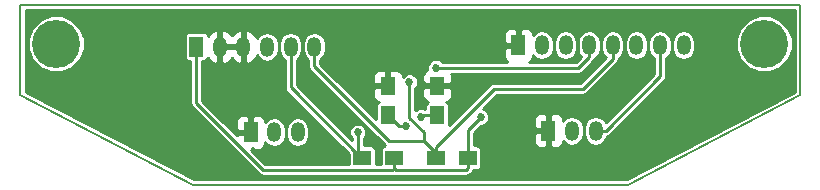
<source format=gtl>
%TF.GenerationSoftware,KiCad,Pcbnew,4.0.7-e2-6376~58~ubuntu16.04.1*%
%TF.CreationDate,2018-01-05T22:29:52-05:00*%
%TF.ProjectId,GarageFrontPanel,47617261676546726F6E7450616E656C,rev?*%
%TF.FileFunction,Copper,L1,Top,Signal*%
%FSLAX46Y46*%
G04 Gerber Fmt 4.6, Leading zero omitted, Abs format (unit mm)*
G04 Created by KiCad (PCBNEW 4.0.7-e2-6376~58~ubuntu16.04.1) date Fri Jan  5 22:29:52 2018*
%MOMM*%
%LPD*%
G01*
G04 APERTURE LIST*
%ADD10C,0.150000*%
%ADD11C,0.127000*%
%ADD12R,1.250000X1.500000*%
%ADD13R,1.500000X1.300000*%
%ADD14R,1.200000X1.700000*%
%ADD15O,1.200000X1.700000*%
%ADD16C,4.064000*%
%ADD17C,0.685800*%
%ADD18C,0.254000*%
G04 APERTURE END LIST*
D10*
D11*
X139065000Y-104140000D02*
X175895000Y-104140000D01*
X190500000Y-96520000D02*
X190500000Y-88900000D01*
X175895000Y-104140000D02*
X190500000Y-96520000D01*
X124460000Y-96520000D02*
X139065000Y-104140000D01*
X124460000Y-88900000D02*
X124460000Y-96520000D01*
X190500000Y-88900000D02*
X124460000Y-88900000D01*
D12*
X155575000Y-98278000D03*
X155575000Y-95778000D03*
X159766000Y-98258000D03*
X159766000Y-95758000D03*
D13*
X162339000Y-101854000D03*
X159639000Y-101854000D03*
X156116000Y-101854000D03*
X153416000Y-101854000D03*
D14*
X166624000Y-92329000D03*
D15*
X168624000Y-92329000D03*
X170624000Y-92329000D03*
X172624000Y-92329000D03*
X174624000Y-92329000D03*
X176624000Y-92329000D03*
X178624000Y-92329000D03*
X180624000Y-92329000D03*
D14*
X143955000Y-99695000D03*
D15*
X145955000Y-99695000D03*
X147955000Y-99695000D03*
D14*
X169164000Y-99568000D03*
D15*
X171164000Y-99568000D03*
X173164000Y-99568000D03*
D14*
X139352000Y-92456000D03*
D15*
X141352000Y-92456000D03*
X143352000Y-92456000D03*
X145352000Y-92456000D03*
X147352000Y-92456000D03*
X149352000Y-92456000D03*
D16*
X187452000Y-92202000D03*
X127508000Y-92202000D03*
D17*
X157099000Y-99187000D03*
X158399509Y-98401841D03*
X163449000Y-98425000D03*
X157412618Y-95436618D03*
X159639000Y-94234000D03*
X153035000Y-99695000D03*
D18*
X157099000Y-99187000D02*
X156484000Y-99187000D01*
X156484000Y-99187000D02*
X155575000Y-98278000D01*
X155956000Y-93599000D02*
X155575000Y-93980000D01*
X155575000Y-93980000D02*
X155575000Y-95778000D01*
X156728000Y-93599000D02*
X155956000Y-93599000D01*
X159766000Y-95758000D02*
X158887000Y-95758000D01*
X158887000Y-95758000D02*
X156728000Y-93599000D01*
X158543350Y-98258000D02*
X158399509Y-98401841D01*
X159766000Y-98258000D02*
X158543350Y-98258000D01*
X156116000Y-101854000D02*
X156116000Y-102758000D01*
X156116000Y-102758000D02*
X155988999Y-102885001D01*
X139352000Y-97227802D02*
X139352000Y-93560000D01*
X155988999Y-102885001D02*
X145009199Y-102885001D01*
X145009199Y-102885001D02*
X139352000Y-97227802D01*
X139352000Y-93560000D02*
X139352000Y-92456000D01*
X162339000Y-101854000D02*
X162339000Y-102758000D01*
X162339000Y-102758000D02*
X162211999Y-102885001D01*
X162211999Y-102885001D02*
X156243001Y-102885001D01*
X156243001Y-102885001D02*
X156116000Y-102758000D01*
X162339000Y-99535000D02*
X163449000Y-98425000D01*
X162339000Y-101854000D02*
X162339000Y-99535000D01*
X157412618Y-95921551D02*
X157412618Y-95436618D01*
X158623000Y-99673481D02*
X157412618Y-98463099D01*
X158623000Y-100457000D02*
X158623000Y-99673481D01*
X157412618Y-98463099D02*
X157412618Y-95921551D01*
X174624000Y-93473000D02*
X174624000Y-93433000D01*
X172085000Y-96012000D02*
X174624000Y-93473000D01*
X164577000Y-96012000D02*
X172085000Y-96012000D01*
X159639000Y-100950000D02*
X164577000Y-96012000D01*
X159639000Y-101854000D02*
X159639000Y-100950000D01*
X174624000Y-93433000D02*
X174624000Y-92329000D01*
X149352000Y-92456000D02*
X149352000Y-94115802D01*
X149352000Y-94115802D02*
X155693198Y-100457000D01*
X155693198Y-100457000D02*
X158623000Y-100457000D01*
X158623000Y-100457000D02*
X159639000Y-101473000D01*
X159639000Y-101473000D02*
X159639000Y-101854000D01*
X172593000Y-93345000D02*
X172593000Y-92360000D01*
X172593000Y-92360000D02*
X172624000Y-92329000D01*
X171704000Y-94234000D02*
X172593000Y-93345000D01*
X159639000Y-94234000D02*
X171704000Y-94234000D01*
X153035000Y-99695000D02*
X153035000Y-101473000D01*
X153035000Y-101473000D02*
X153416000Y-101854000D01*
X147352000Y-92456000D02*
X147352000Y-95890000D01*
X147352000Y-95890000D02*
X153316000Y-101854000D01*
X153316000Y-101854000D02*
X153416000Y-101854000D01*
X178624000Y-92329000D02*
X178624000Y-94962000D01*
X178624000Y-94962000D02*
X174018000Y-99568000D01*
X174018000Y-99568000D02*
X173164000Y-99568000D01*
G36*
X190055500Y-96250551D02*
X175786014Y-103695500D01*
X139173986Y-103695500D01*
X124904500Y-96250551D01*
X124904500Y-92679870D01*
X125094583Y-92679870D01*
X125461166Y-93567069D01*
X126139361Y-94246449D01*
X127025919Y-94614580D01*
X127985870Y-94615417D01*
X128873069Y-94248834D01*
X129552449Y-93570639D01*
X129920580Y-92684081D01*
X129921417Y-91724130D01*
X129872607Y-91606000D01*
X138363536Y-91606000D01*
X138363536Y-93306000D01*
X138390103Y-93447190D01*
X138473546Y-93576865D01*
X138600866Y-93663859D01*
X138752000Y-93694464D01*
X138844000Y-93694464D01*
X138844000Y-97227802D01*
X138882669Y-97422205D01*
X138992790Y-97587012D01*
X144649989Y-103244212D01*
X144814796Y-103354332D01*
X145009199Y-103393001D01*
X155988999Y-103393001D01*
X156116000Y-103367739D01*
X156243001Y-103393001D01*
X162211999Y-103393001D01*
X162406402Y-103354332D01*
X162571209Y-103244211D01*
X162698211Y-103117210D01*
X162808331Y-102952403D01*
X162820254Y-102892464D01*
X163089000Y-102892464D01*
X163230190Y-102865897D01*
X163359865Y-102782454D01*
X163446859Y-102655134D01*
X163477464Y-102504000D01*
X163477464Y-101204000D01*
X163450897Y-101062810D01*
X163367454Y-100933135D01*
X163240134Y-100846141D01*
X163089000Y-100815536D01*
X162847000Y-100815536D01*
X162847000Y-99853750D01*
X167929000Y-99853750D01*
X167929000Y-100544310D01*
X168025673Y-100777699D01*
X168204302Y-100956327D01*
X168437691Y-101053000D01*
X168878250Y-101053000D01*
X169037000Y-100894250D01*
X169037000Y-99695000D01*
X168087750Y-99695000D01*
X167929000Y-99853750D01*
X162847000Y-99853750D01*
X162847000Y-99745420D01*
X163443525Y-99148895D01*
X163592361Y-99149025D01*
X163858521Y-99039050D01*
X164062335Y-98835592D01*
X164163611Y-98591690D01*
X167929000Y-98591690D01*
X167929000Y-99282250D01*
X168087750Y-99441000D01*
X169037000Y-99441000D01*
X169037000Y-98241750D01*
X169291000Y-98241750D01*
X169291000Y-99441000D01*
X169311000Y-99441000D01*
X169311000Y-99695000D01*
X169291000Y-99695000D01*
X169291000Y-100894250D01*
X169449750Y-101053000D01*
X169890309Y-101053000D01*
X170123698Y-100956327D01*
X170302327Y-100777699D01*
X170399000Y-100544310D01*
X170399000Y-100429039D01*
X170470328Y-100535789D01*
X170788588Y-100748443D01*
X171164000Y-100823117D01*
X171539412Y-100748443D01*
X171857672Y-100535789D01*
X172070326Y-100217529D01*
X172145000Y-99842117D01*
X172145000Y-99293883D01*
X172183000Y-99293883D01*
X172183000Y-99842117D01*
X172257674Y-100217529D01*
X172470328Y-100535789D01*
X172788588Y-100748443D01*
X173164000Y-100823117D01*
X173539412Y-100748443D01*
X173857672Y-100535789D01*
X174070326Y-100217529D01*
X174101793Y-100059333D01*
X174212403Y-100037331D01*
X174377210Y-99927210D01*
X178983210Y-95321210D01*
X179093331Y-95156403D01*
X179132000Y-94962000D01*
X179132000Y-93420851D01*
X179317672Y-93296789D01*
X179530326Y-92978529D01*
X179605000Y-92603117D01*
X179605000Y-92054883D01*
X179643000Y-92054883D01*
X179643000Y-92603117D01*
X179717674Y-92978529D01*
X179930328Y-93296789D01*
X180248588Y-93509443D01*
X180624000Y-93584117D01*
X180999412Y-93509443D01*
X181317672Y-93296789D01*
X181530326Y-92978529D01*
X181589732Y-92679870D01*
X185038583Y-92679870D01*
X185405166Y-93567069D01*
X186083361Y-94246449D01*
X186969919Y-94614580D01*
X187929870Y-94615417D01*
X188817069Y-94248834D01*
X189496449Y-93570639D01*
X189864580Y-92684081D01*
X189865417Y-91724130D01*
X189498834Y-90836931D01*
X188820639Y-90157551D01*
X187934081Y-89789420D01*
X186974130Y-89788583D01*
X186086931Y-90155166D01*
X185407551Y-90833361D01*
X185039420Y-91719919D01*
X185038583Y-92679870D01*
X181589732Y-92679870D01*
X181605000Y-92603117D01*
X181605000Y-92054883D01*
X181530326Y-91679471D01*
X181317672Y-91361211D01*
X180999412Y-91148557D01*
X180624000Y-91073883D01*
X180248588Y-91148557D01*
X179930328Y-91361211D01*
X179717674Y-91679471D01*
X179643000Y-92054883D01*
X179605000Y-92054883D01*
X179530326Y-91679471D01*
X179317672Y-91361211D01*
X178999412Y-91148557D01*
X178624000Y-91073883D01*
X178248588Y-91148557D01*
X177930328Y-91361211D01*
X177717674Y-91679471D01*
X177643000Y-92054883D01*
X177643000Y-92603117D01*
X177717674Y-92978529D01*
X177930328Y-93296789D01*
X178116000Y-93420851D01*
X178116000Y-94751580D01*
X174021773Y-98845807D01*
X173857672Y-98600211D01*
X173539412Y-98387557D01*
X173164000Y-98312883D01*
X172788588Y-98387557D01*
X172470328Y-98600211D01*
X172257674Y-98918471D01*
X172183000Y-99293883D01*
X172145000Y-99293883D01*
X172070326Y-98918471D01*
X171857672Y-98600211D01*
X171539412Y-98387557D01*
X171164000Y-98312883D01*
X170788588Y-98387557D01*
X170470328Y-98600211D01*
X170399000Y-98706961D01*
X170399000Y-98591690D01*
X170302327Y-98358301D01*
X170123698Y-98179673D01*
X169890309Y-98083000D01*
X169449750Y-98083000D01*
X169291000Y-98241750D01*
X169037000Y-98241750D01*
X168878250Y-98083000D01*
X168437691Y-98083000D01*
X168204302Y-98179673D01*
X168025673Y-98358301D01*
X167929000Y-98591690D01*
X164163611Y-98591690D01*
X164172774Y-98569624D01*
X164173025Y-98281639D01*
X164063050Y-98015479D01*
X163859592Y-97811665D01*
X163602506Y-97704914D01*
X164787421Y-96520000D01*
X172085000Y-96520000D01*
X172279403Y-96481331D01*
X172444210Y-96371210D01*
X174983210Y-93832210D01*
X175093331Y-93667404D01*
X175105186Y-93607802D01*
X175132000Y-93473000D01*
X175132000Y-93420851D01*
X175317672Y-93296789D01*
X175530326Y-92978529D01*
X175605000Y-92603117D01*
X175605000Y-92054883D01*
X175643000Y-92054883D01*
X175643000Y-92603117D01*
X175717674Y-92978529D01*
X175930328Y-93296789D01*
X176248588Y-93509443D01*
X176624000Y-93584117D01*
X176999412Y-93509443D01*
X177317672Y-93296789D01*
X177530326Y-92978529D01*
X177605000Y-92603117D01*
X177605000Y-92054883D01*
X177530326Y-91679471D01*
X177317672Y-91361211D01*
X176999412Y-91148557D01*
X176624000Y-91073883D01*
X176248588Y-91148557D01*
X175930328Y-91361211D01*
X175717674Y-91679471D01*
X175643000Y-92054883D01*
X175605000Y-92054883D01*
X175530326Y-91679471D01*
X175317672Y-91361211D01*
X174999412Y-91148557D01*
X174624000Y-91073883D01*
X174248588Y-91148557D01*
X173930328Y-91361211D01*
X173717674Y-91679471D01*
X173643000Y-92054883D01*
X173643000Y-92603117D01*
X173717674Y-92978529D01*
X173930328Y-93296789D01*
X174021124Y-93357456D01*
X171874580Y-95504000D01*
X164577000Y-95504000D01*
X164382597Y-95542669D01*
X164217790Y-95652789D01*
X160758359Y-99112221D01*
X160779464Y-99008000D01*
X160779464Y-97508000D01*
X160752897Y-97366810D01*
X160669454Y-97237135D01*
X160542134Y-97150141D01*
X160506870Y-97143000D01*
X160517310Y-97143000D01*
X160750699Y-97046327D01*
X160929327Y-96867698D01*
X161026000Y-96634309D01*
X161026000Y-96043750D01*
X160867250Y-95885000D01*
X159893000Y-95885000D01*
X159893000Y-95905000D01*
X159639000Y-95905000D01*
X159639000Y-95885000D01*
X158664750Y-95885000D01*
X158506000Y-96043750D01*
X158506000Y-96634309D01*
X158602673Y-96867698D01*
X158781301Y-97046327D01*
X159014690Y-97143000D01*
X159016301Y-97143000D01*
X158999810Y-97146103D01*
X158870135Y-97229546D01*
X158783141Y-97356866D01*
X158752536Y-97508000D01*
X158752536Y-97750000D01*
X158717368Y-97750000D01*
X158544133Y-97678067D01*
X158256148Y-97677816D01*
X157989988Y-97787791D01*
X157920618Y-97857040D01*
X157920618Y-95952361D01*
X158025953Y-95847210D01*
X158136392Y-95581242D01*
X158136643Y-95293257D01*
X158026668Y-95027097D01*
X157881516Y-94881691D01*
X158506000Y-94881691D01*
X158506000Y-95472250D01*
X158664750Y-95631000D01*
X159639000Y-95631000D01*
X159639000Y-95611000D01*
X159893000Y-95611000D01*
X159893000Y-95631000D01*
X160867250Y-95631000D01*
X161026000Y-95472250D01*
X161026000Y-94881691D01*
X160968138Y-94742000D01*
X171704000Y-94742000D01*
X171898403Y-94703331D01*
X172063210Y-94593210D01*
X172952210Y-93704210D01*
X173062331Y-93539403D01*
X173078848Y-93456366D01*
X173317672Y-93296789D01*
X173530326Y-92978529D01*
X173605000Y-92603117D01*
X173605000Y-92054883D01*
X173530326Y-91679471D01*
X173317672Y-91361211D01*
X172999412Y-91148557D01*
X172624000Y-91073883D01*
X172248588Y-91148557D01*
X171930328Y-91361211D01*
X171717674Y-91679471D01*
X171643000Y-92054883D01*
X171643000Y-92603117D01*
X171717674Y-92978529D01*
X171927309Y-93292271D01*
X171493580Y-93726000D01*
X167562760Y-93726000D01*
X167583698Y-93717327D01*
X167762327Y-93538699D01*
X167859000Y-93305310D01*
X167859000Y-93190039D01*
X167930328Y-93296789D01*
X168248588Y-93509443D01*
X168624000Y-93584117D01*
X168999412Y-93509443D01*
X169317672Y-93296789D01*
X169530326Y-92978529D01*
X169605000Y-92603117D01*
X169605000Y-92054883D01*
X169643000Y-92054883D01*
X169643000Y-92603117D01*
X169717674Y-92978529D01*
X169930328Y-93296789D01*
X170248588Y-93509443D01*
X170624000Y-93584117D01*
X170999412Y-93509443D01*
X171317672Y-93296789D01*
X171530326Y-92978529D01*
X171605000Y-92603117D01*
X171605000Y-92054883D01*
X171530326Y-91679471D01*
X171317672Y-91361211D01*
X170999412Y-91148557D01*
X170624000Y-91073883D01*
X170248588Y-91148557D01*
X169930328Y-91361211D01*
X169717674Y-91679471D01*
X169643000Y-92054883D01*
X169605000Y-92054883D01*
X169530326Y-91679471D01*
X169317672Y-91361211D01*
X168999412Y-91148557D01*
X168624000Y-91073883D01*
X168248588Y-91148557D01*
X167930328Y-91361211D01*
X167859000Y-91467961D01*
X167859000Y-91352690D01*
X167762327Y-91119301D01*
X167583698Y-90940673D01*
X167350309Y-90844000D01*
X166909750Y-90844000D01*
X166751000Y-91002750D01*
X166751000Y-92202000D01*
X166771000Y-92202000D01*
X166771000Y-92456000D01*
X166751000Y-92456000D01*
X166751000Y-92476000D01*
X166497000Y-92476000D01*
X166497000Y-92456000D01*
X165547750Y-92456000D01*
X165389000Y-92614750D01*
X165389000Y-93305310D01*
X165485673Y-93538699D01*
X165664302Y-93717327D01*
X165685240Y-93726000D01*
X160154743Y-93726000D01*
X160049592Y-93620665D01*
X159783624Y-93510226D01*
X159495639Y-93509975D01*
X159229479Y-93619950D01*
X159025665Y-93823408D01*
X158915226Y-94089376D01*
X158914975Y-94377361D01*
X158928009Y-94408905D01*
X158781301Y-94469673D01*
X158602673Y-94648302D01*
X158506000Y-94881691D01*
X157881516Y-94881691D01*
X157823210Y-94823283D01*
X157557242Y-94712844D01*
X157269257Y-94712593D01*
X157003097Y-94822568D01*
X156835000Y-94990371D01*
X156835000Y-94901691D01*
X156738327Y-94668302D01*
X156559699Y-94489673D01*
X156326310Y-94393000D01*
X155860750Y-94393000D01*
X155702000Y-94551750D01*
X155702000Y-95651000D01*
X155722000Y-95651000D01*
X155722000Y-95905000D01*
X155702000Y-95905000D01*
X155702000Y-95925000D01*
X155448000Y-95925000D01*
X155448000Y-95905000D01*
X154473750Y-95905000D01*
X154315000Y-96063750D01*
X154315000Y-96654309D01*
X154411673Y-96887698D01*
X154590301Y-97066327D01*
X154823690Y-97163000D01*
X154825301Y-97163000D01*
X154808810Y-97166103D01*
X154679135Y-97249546D01*
X154592141Y-97376866D01*
X154561536Y-97528000D01*
X154561536Y-98606918D01*
X150856309Y-94901691D01*
X154315000Y-94901691D01*
X154315000Y-95492250D01*
X154473750Y-95651000D01*
X155448000Y-95651000D01*
X155448000Y-94551750D01*
X155289250Y-94393000D01*
X154823690Y-94393000D01*
X154590301Y-94489673D01*
X154411673Y-94668302D01*
X154315000Y-94901691D01*
X150856309Y-94901691D01*
X149860000Y-93905382D01*
X149860000Y-93547851D01*
X150045672Y-93423789D01*
X150258326Y-93105529D01*
X150333000Y-92730117D01*
X150333000Y-92181883D01*
X150258326Y-91806471D01*
X150045672Y-91488211D01*
X149842850Y-91352690D01*
X165389000Y-91352690D01*
X165389000Y-92043250D01*
X165547750Y-92202000D01*
X166497000Y-92202000D01*
X166497000Y-91002750D01*
X166338250Y-90844000D01*
X165897691Y-90844000D01*
X165664302Y-90940673D01*
X165485673Y-91119301D01*
X165389000Y-91352690D01*
X149842850Y-91352690D01*
X149727412Y-91275557D01*
X149352000Y-91200883D01*
X148976588Y-91275557D01*
X148658328Y-91488211D01*
X148445674Y-91806471D01*
X148371000Y-92181883D01*
X148371000Y-92730117D01*
X148445674Y-93105529D01*
X148658328Y-93423789D01*
X148844000Y-93547851D01*
X148844000Y-94115802D01*
X148882669Y-94310205D01*
X148992790Y-94475012D01*
X155333988Y-100816210D01*
X155340235Y-100820384D01*
X155224810Y-100842103D01*
X155095135Y-100925546D01*
X155008141Y-101052866D01*
X154977536Y-101204000D01*
X154977536Y-102377001D01*
X154554464Y-102377001D01*
X154554464Y-101204000D01*
X154527897Y-101062810D01*
X154444454Y-100933135D01*
X154317134Y-100846141D01*
X154166000Y-100815536D01*
X153543000Y-100815536D01*
X153543000Y-100210743D01*
X153648335Y-100105592D01*
X153758774Y-99839624D01*
X153759025Y-99551639D01*
X153649050Y-99285479D01*
X153445592Y-99081665D01*
X153179624Y-98971226D01*
X152891639Y-98970975D01*
X152625479Y-99080950D01*
X152421665Y-99284408D01*
X152311226Y-99550376D01*
X152310975Y-99838361D01*
X152420950Y-100104521D01*
X152527000Y-100210757D01*
X152527000Y-100346580D01*
X147860000Y-95679580D01*
X147860000Y-93547851D01*
X148045672Y-93423789D01*
X148258326Y-93105529D01*
X148333000Y-92730117D01*
X148333000Y-92181883D01*
X148258326Y-91806471D01*
X148045672Y-91488211D01*
X147727412Y-91275557D01*
X147352000Y-91200883D01*
X146976588Y-91275557D01*
X146658328Y-91488211D01*
X146445674Y-91806471D01*
X146371000Y-92181883D01*
X146371000Y-92730117D01*
X146445674Y-93105529D01*
X146658328Y-93423789D01*
X146844000Y-93547851D01*
X146844000Y-95890000D01*
X146882669Y-96084403D01*
X146992790Y-96249210D01*
X152277536Y-101533956D01*
X152277536Y-102377001D01*
X145219620Y-102377001D01*
X144022619Y-101180000D01*
X144082002Y-101180000D01*
X144082002Y-101021252D01*
X144240750Y-101180000D01*
X144681309Y-101180000D01*
X144914698Y-101083327D01*
X145093327Y-100904699D01*
X145190000Y-100671310D01*
X145190000Y-100556039D01*
X145261328Y-100662789D01*
X145579588Y-100875443D01*
X145955000Y-100950117D01*
X146330412Y-100875443D01*
X146648672Y-100662789D01*
X146861326Y-100344529D01*
X146936000Y-99969117D01*
X146936000Y-99420883D01*
X146974000Y-99420883D01*
X146974000Y-99969117D01*
X147048674Y-100344529D01*
X147261328Y-100662789D01*
X147579588Y-100875443D01*
X147955000Y-100950117D01*
X148330412Y-100875443D01*
X148648672Y-100662789D01*
X148861326Y-100344529D01*
X148936000Y-99969117D01*
X148936000Y-99420883D01*
X148861326Y-99045471D01*
X148648672Y-98727211D01*
X148330412Y-98514557D01*
X147955000Y-98439883D01*
X147579588Y-98514557D01*
X147261328Y-98727211D01*
X147048674Y-99045471D01*
X146974000Y-99420883D01*
X146936000Y-99420883D01*
X146861326Y-99045471D01*
X146648672Y-98727211D01*
X146330412Y-98514557D01*
X145955000Y-98439883D01*
X145579588Y-98514557D01*
X145261328Y-98727211D01*
X145190000Y-98833961D01*
X145190000Y-98718690D01*
X145093327Y-98485301D01*
X144914698Y-98306673D01*
X144681309Y-98210000D01*
X144240750Y-98210000D01*
X144082000Y-98368750D01*
X144082000Y-99568000D01*
X144102000Y-99568000D01*
X144102000Y-99822000D01*
X144082000Y-99822000D01*
X144082000Y-99842000D01*
X143828000Y-99842000D01*
X143828000Y-99822000D01*
X142878750Y-99822000D01*
X142771684Y-99929066D01*
X141561308Y-98718690D01*
X142720000Y-98718690D01*
X142720000Y-99409250D01*
X142878750Y-99568000D01*
X143828000Y-99568000D01*
X143828000Y-98368750D01*
X143669250Y-98210000D01*
X143228691Y-98210000D01*
X142995302Y-98306673D01*
X142816673Y-98485301D01*
X142720000Y-98718690D01*
X141561308Y-98718690D01*
X139860000Y-97017382D01*
X139860000Y-93694464D01*
X139952000Y-93694464D01*
X140093190Y-93667897D01*
X140222865Y-93584454D01*
X140309859Y-93457134D01*
X140325983Y-93377510D01*
X140522875Y-93637933D01*
X140942624Y-93884286D01*
X141034391Y-93899462D01*
X141225000Y-93774731D01*
X141225000Y-92583000D01*
X141479000Y-92583000D01*
X141479000Y-93774731D01*
X141669609Y-93899462D01*
X141761376Y-93884286D01*
X142181125Y-93637933D01*
X142352000Y-93411922D01*
X142522875Y-93637933D01*
X142942624Y-93884286D01*
X143034391Y-93899462D01*
X143225000Y-93774731D01*
X143225000Y-92583000D01*
X141479000Y-92583000D01*
X141225000Y-92583000D01*
X141205000Y-92583000D01*
X141205000Y-92329000D01*
X141225000Y-92329000D01*
X141225000Y-91137269D01*
X141479000Y-91137269D01*
X141479000Y-92329000D01*
X143225000Y-92329000D01*
X143225000Y-91137269D01*
X143479000Y-91137269D01*
X143479000Y-92329000D01*
X143499000Y-92329000D01*
X143499000Y-92583000D01*
X143479000Y-92583000D01*
X143479000Y-93774731D01*
X143669609Y-93899462D01*
X143761376Y-93884286D01*
X144181125Y-93637933D01*
X144474647Y-93249701D01*
X144493532Y-93177154D01*
X144658328Y-93423789D01*
X144976588Y-93636443D01*
X145352000Y-93711117D01*
X145727412Y-93636443D01*
X146045672Y-93423789D01*
X146258326Y-93105529D01*
X146333000Y-92730117D01*
X146333000Y-92181883D01*
X146258326Y-91806471D01*
X146045672Y-91488211D01*
X145727412Y-91275557D01*
X145352000Y-91200883D01*
X144976588Y-91275557D01*
X144658328Y-91488211D01*
X144493532Y-91734846D01*
X144474647Y-91662299D01*
X144181125Y-91274067D01*
X143761376Y-91027714D01*
X143669609Y-91012538D01*
X143479000Y-91137269D01*
X143225000Y-91137269D01*
X143034391Y-91012538D01*
X142942624Y-91027714D01*
X142522875Y-91274067D01*
X142352000Y-91500078D01*
X142181125Y-91274067D01*
X141761376Y-91027714D01*
X141669609Y-91012538D01*
X141479000Y-91137269D01*
X141225000Y-91137269D01*
X141034391Y-91012538D01*
X140942624Y-91027714D01*
X140522875Y-91274067D01*
X140326804Y-91533404D01*
X140313897Y-91464810D01*
X140230454Y-91335135D01*
X140103134Y-91248141D01*
X139952000Y-91217536D01*
X138752000Y-91217536D01*
X138610810Y-91244103D01*
X138481135Y-91327546D01*
X138394141Y-91454866D01*
X138363536Y-91606000D01*
X129872607Y-91606000D01*
X129554834Y-90836931D01*
X128876639Y-90157551D01*
X127990081Y-89789420D01*
X127030130Y-89788583D01*
X126142931Y-90155166D01*
X125463551Y-90833361D01*
X125095420Y-91719919D01*
X125094583Y-92679870D01*
X124904500Y-92679870D01*
X124904500Y-89344500D01*
X190055500Y-89344500D01*
X190055500Y-96250551D01*
X190055500Y-96250551D01*
G37*
X190055500Y-96250551D02*
X175786014Y-103695500D01*
X139173986Y-103695500D01*
X124904500Y-96250551D01*
X124904500Y-92679870D01*
X125094583Y-92679870D01*
X125461166Y-93567069D01*
X126139361Y-94246449D01*
X127025919Y-94614580D01*
X127985870Y-94615417D01*
X128873069Y-94248834D01*
X129552449Y-93570639D01*
X129920580Y-92684081D01*
X129921417Y-91724130D01*
X129872607Y-91606000D01*
X138363536Y-91606000D01*
X138363536Y-93306000D01*
X138390103Y-93447190D01*
X138473546Y-93576865D01*
X138600866Y-93663859D01*
X138752000Y-93694464D01*
X138844000Y-93694464D01*
X138844000Y-97227802D01*
X138882669Y-97422205D01*
X138992790Y-97587012D01*
X144649989Y-103244212D01*
X144814796Y-103354332D01*
X145009199Y-103393001D01*
X155988999Y-103393001D01*
X156116000Y-103367739D01*
X156243001Y-103393001D01*
X162211999Y-103393001D01*
X162406402Y-103354332D01*
X162571209Y-103244211D01*
X162698211Y-103117210D01*
X162808331Y-102952403D01*
X162820254Y-102892464D01*
X163089000Y-102892464D01*
X163230190Y-102865897D01*
X163359865Y-102782454D01*
X163446859Y-102655134D01*
X163477464Y-102504000D01*
X163477464Y-101204000D01*
X163450897Y-101062810D01*
X163367454Y-100933135D01*
X163240134Y-100846141D01*
X163089000Y-100815536D01*
X162847000Y-100815536D01*
X162847000Y-99853750D01*
X167929000Y-99853750D01*
X167929000Y-100544310D01*
X168025673Y-100777699D01*
X168204302Y-100956327D01*
X168437691Y-101053000D01*
X168878250Y-101053000D01*
X169037000Y-100894250D01*
X169037000Y-99695000D01*
X168087750Y-99695000D01*
X167929000Y-99853750D01*
X162847000Y-99853750D01*
X162847000Y-99745420D01*
X163443525Y-99148895D01*
X163592361Y-99149025D01*
X163858521Y-99039050D01*
X164062335Y-98835592D01*
X164163611Y-98591690D01*
X167929000Y-98591690D01*
X167929000Y-99282250D01*
X168087750Y-99441000D01*
X169037000Y-99441000D01*
X169037000Y-98241750D01*
X169291000Y-98241750D01*
X169291000Y-99441000D01*
X169311000Y-99441000D01*
X169311000Y-99695000D01*
X169291000Y-99695000D01*
X169291000Y-100894250D01*
X169449750Y-101053000D01*
X169890309Y-101053000D01*
X170123698Y-100956327D01*
X170302327Y-100777699D01*
X170399000Y-100544310D01*
X170399000Y-100429039D01*
X170470328Y-100535789D01*
X170788588Y-100748443D01*
X171164000Y-100823117D01*
X171539412Y-100748443D01*
X171857672Y-100535789D01*
X172070326Y-100217529D01*
X172145000Y-99842117D01*
X172145000Y-99293883D01*
X172183000Y-99293883D01*
X172183000Y-99842117D01*
X172257674Y-100217529D01*
X172470328Y-100535789D01*
X172788588Y-100748443D01*
X173164000Y-100823117D01*
X173539412Y-100748443D01*
X173857672Y-100535789D01*
X174070326Y-100217529D01*
X174101793Y-100059333D01*
X174212403Y-100037331D01*
X174377210Y-99927210D01*
X178983210Y-95321210D01*
X179093331Y-95156403D01*
X179132000Y-94962000D01*
X179132000Y-93420851D01*
X179317672Y-93296789D01*
X179530326Y-92978529D01*
X179605000Y-92603117D01*
X179605000Y-92054883D01*
X179643000Y-92054883D01*
X179643000Y-92603117D01*
X179717674Y-92978529D01*
X179930328Y-93296789D01*
X180248588Y-93509443D01*
X180624000Y-93584117D01*
X180999412Y-93509443D01*
X181317672Y-93296789D01*
X181530326Y-92978529D01*
X181589732Y-92679870D01*
X185038583Y-92679870D01*
X185405166Y-93567069D01*
X186083361Y-94246449D01*
X186969919Y-94614580D01*
X187929870Y-94615417D01*
X188817069Y-94248834D01*
X189496449Y-93570639D01*
X189864580Y-92684081D01*
X189865417Y-91724130D01*
X189498834Y-90836931D01*
X188820639Y-90157551D01*
X187934081Y-89789420D01*
X186974130Y-89788583D01*
X186086931Y-90155166D01*
X185407551Y-90833361D01*
X185039420Y-91719919D01*
X185038583Y-92679870D01*
X181589732Y-92679870D01*
X181605000Y-92603117D01*
X181605000Y-92054883D01*
X181530326Y-91679471D01*
X181317672Y-91361211D01*
X180999412Y-91148557D01*
X180624000Y-91073883D01*
X180248588Y-91148557D01*
X179930328Y-91361211D01*
X179717674Y-91679471D01*
X179643000Y-92054883D01*
X179605000Y-92054883D01*
X179530326Y-91679471D01*
X179317672Y-91361211D01*
X178999412Y-91148557D01*
X178624000Y-91073883D01*
X178248588Y-91148557D01*
X177930328Y-91361211D01*
X177717674Y-91679471D01*
X177643000Y-92054883D01*
X177643000Y-92603117D01*
X177717674Y-92978529D01*
X177930328Y-93296789D01*
X178116000Y-93420851D01*
X178116000Y-94751580D01*
X174021773Y-98845807D01*
X173857672Y-98600211D01*
X173539412Y-98387557D01*
X173164000Y-98312883D01*
X172788588Y-98387557D01*
X172470328Y-98600211D01*
X172257674Y-98918471D01*
X172183000Y-99293883D01*
X172145000Y-99293883D01*
X172070326Y-98918471D01*
X171857672Y-98600211D01*
X171539412Y-98387557D01*
X171164000Y-98312883D01*
X170788588Y-98387557D01*
X170470328Y-98600211D01*
X170399000Y-98706961D01*
X170399000Y-98591690D01*
X170302327Y-98358301D01*
X170123698Y-98179673D01*
X169890309Y-98083000D01*
X169449750Y-98083000D01*
X169291000Y-98241750D01*
X169037000Y-98241750D01*
X168878250Y-98083000D01*
X168437691Y-98083000D01*
X168204302Y-98179673D01*
X168025673Y-98358301D01*
X167929000Y-98591690D01*
X164163611Y-98591690D01*
X164172774Y-98569624D01*
X164173025Y-98281639D01*
X164063050Y-98015479D01*
X163859592Y-97811665D01*
X163602506Y-97704914D01*
X164787421Y-96520000D01*
X172085000Y-96520000D01*
X172279403Y-96481331D01*
X172444210Y-96371210D01*
X174983210Y-93832210D01*
X175093331Y-93667404D01*
X175105186Y-93607802D01*
X175132000Y-93473000D01*
X175132000Y-93420851D01*
X175317672Y-93296789D01*
X175530326Y-92978529D01*
X175605000Y-92603117D01*
X175605000Y-92054883D01*
X175643000Y-92054883D01*
X175643000Y-92603117D01*
X175717674Y-92978529D01*
X175930328Y-93296789D01*
X176248588Y-93509443D01*
X176624000Y-93584117D01*
X176999412Y-93509443D01*
X177317672Y-93296789D01*
X177530326Y-92978529D01*
X177605000Y-92603117D01*
X177605000Y-92054883D01*
X177530326Y-91679471D01*
X177317672Y-91361211D01*
X176999412Y-91148557D01*
X176624000Y-91073883D01*
X176248588Y-91148557D01*
X175930328Y-91361211D01*
X175717674Y-91679471D01*
X175643000Y-92054883D01*
X175605000Y-92054883D01*
X175530326Y-91679471D01*
X175317672Y-91361211D01*
X174999412Y-91148557D01*
X174624000Y-91073883D01*
X174248588Y-91148557D01*
X173930328Y-91361211D01*
X173717674Y-91679471D01*
X173643000Y-92054883D01*
X173643000Y-92603117D01*
X173717674Y-92978529D01*
X173930328Y-93296789D01*
X174021124Y-93357456D01*
X171874580Y-95504000D01*
X164577000Y-95504000D01*
X164382597Y-95542669D01*
X164217790Y-95652789D01*
X160758359Y-99112221D01*
X160779464Y-99008000D01*
X160779464Y-97508000D01*
X160752897Y-97366810D01*
X160669454Y-97237135D01*
X160542134Y-97150141D01*
X160506870Y-97143000D01*
X160517310Y-97143000D01*
X160750699Y-97046327D01*
X160929327Y-96867698D01*
X161026000Y-96634309D01*
X161026000Y-96043750D01*
X160867250Y-95885000D01*
X159893000Y-95885000D01*
X159893000Y-95905000D01*
X159639000Y-95905000D01*
X159639000Y-95885000D01*
X158664750Y-95885000D01*
X158506000Y-96043750D01*
X158506000Y-96634309D01*
X158602673Y-96867698D01*
X158781301Y-97046327D01*
X159014690Y-97143000D01*
X159016301Y-97143000D01*
X158999810Y-97146103D01*
X158870135Y-97229546D01*
X158783141Y-97356866D01*
X158752536Y-97508000D01*
X158752536Y-97750000D01*
X158717368Y-97750000D01*
X158544133Y-97678067D01*
X158256148Y-97677816D01*
X157989988Y-97787791D01*
X157920618Y-97857040D01*
X157920618Y-95952361D01*
X158025953Y-95847210D01*
X158136392Y-95581242D01*
X158136643Y-95293257D01*
X158026668Y-95027097D01*
X157881516Y-94881691D01*
X158506000Y-94881691D01*
X158506000Y-95472250D01*
X158664750Y-95631000D01*
X159639000Y-95631000D01*
X159639000Y-95611000D01*
X159893000Y-95611000D01*
X159893000Y-95631000D01*
X160867250Y-95631000D01*
X161026000Y-95472250D01*
X161026000Y-94881691D01*
X160968138Y-94742000D01*
X171704000Y-94742000D01*
X171898403Y-94703331D01*
X172063210Y-94593210D01*
X172952210Y-93704210D01*
X173062331Y-93539403D01*
X173078848Y-93456366D01*
X173317672Y-93296789D01*
X173530326Y-92978529D01*
X173605000Y-92603117D01*
X173605000Y-92054883D01*
X173530326Y-91679471D01*
X173317672Y-91361211D01*
X172999412Y-91148557D01*
X172624000Y-91073883D01*
X172248588Y-91148557D01*
X171930328Y-91361211D01*
X171717674Y-91679471D01*
X171643000Y-92054883D01*
X171643000Y-92603117D01*
X171717674Y-92978529D01*
X171927309Y-93292271D01*
X171493580Y-93726000D01*
X167562760Y-93726000D01*
X167583698Y-93717327D01*
X167762327Y-93538699D01*
X167859000Y-93305310D01*
X167859000Y-93190039D01*
X167930328Y-93296789D01*
X168248588Y-93509443D01*
X168624000Y-93584117D01*
X168999412Y-93509443D01*
X169317672Y-93296789D01*
X169530326Y-92978529D01*
X169605000Y-92603117D01*
X169605000Y-92054883D01*
X169643000Y-92054883D01*
X169643000Y-92603117D01*
X169717674Y-92978529D01*
X169930328Y-93296789D01*
X170248588Y-93509443D01*
X170624000Y-93584117D01*
X170999412Y-93509443D01*
X171317672Y-93296789D01*
X171530326Y-92978529D01*
X171605000Y-92603117D01*
X171605000Y-92054883D01*
X171530326Y-91679471D01*
X171317672Y-91361211D01*
X170999412Y-91148557D01*
X170624000Y-91073883D01*
X170248588Y-91148557D01*
X169930328Y-91361211D01*
X169717674Y-91679471D01*
X169643000Y-92054883D01*
X169605000Y-92054883D01*
X169530326Y-91679471D01*
X169317672Y-91361211D01*
X168999412Y-91148557D01*
X168624000Y-91073883D01*
X168248588Y-91148557D01*
X167930328Y-91361211D01*
X167859000Y-91467961D01*
X167859000Y-91352690D01*
X167762327Y-91119301D01*
X167583698Y-90940673D01*
X167350309Y-90844000D01*
X166909750Y-90844000D01*
X166751000Y-91002750D01*
X166751000Y-92202000D01*
X166771000Y-92202000D01*
X166771000Y-92456000D01*
X166751000Y-92456000D01*
X166751000Y-92476000D01*
X166497000Y-92476000D01*
X166497000Y-92456000D01*
X165547750Y-92456000D01*
X165389000Y-92614750D01*
X165389000Y-93305310D01*
X165485673Y-93538699D01*
X165664302Y-93717327D01*
X165685240Y-93726000D01*
X160154743Y-93726000D01*
X160049592Y-93620665D01*
X159783624Y-93510226D01*
X159495639Y-93509975D01*
X159229479Y-93619950D01*
X159025665Y-93823408D01*
X158915226Y-94089376D01*
X158914975Y-94377361D01*
X158928009Y-94408905D01*
X158781301Y-94469673D01*
X158602673Y-94648302D01*
X158506000Y-94881691D01*
X157881516Y-94881691D01*
X157823210Y-94823283D01*
X157557242Y-94712844D01*
X157269257Y-94712593D01*
X157003097Y-94822568D01*
X156835000Y-94990371D01*
X156835000Y-94901691D01*
X156738327Y-94668302D01*
X156559699Y-94489673D01*
X156326310Y-94393000D01*
X155860750Y-94393000D01*
X155702000Y-94551750D01*
X155702000Y-95651000D01*
X155722000Y-95651000D01*
X155722000Y-95905000D01*
X155702000Y-95905000D01*
X155702000Y-95925000D01*
X155448000Y-95925000D01*
X155448000Y-95905000D01*
X154473750Y-95905000D01*
X154315000Y-96063750D01*
X154315000Y-96654309D01*
X154411673Y-96887698D01*
X154590301Y-97066327D01*
X154823690Y-97163000D01*
X154825301Y-97163000D01*
X154808810Y-97166103D01*
X154679135Y-97249546D01*
X154592141Y-97376866D01*
X154561536Y-97528000D01*
X154561536Y-98606918D01*
X150856309Y-94901691D01*
X154315000Y-94901691D01*
X154315000Y-95492250D01*
X154473750Y-95651000D01*
X155448000Y-95651000D01*
X155448000Y-94551750D01*
X155289250Y-94393000D01*
X154823690Y-94393000D01*
X154590301Y-94489673D01*
X154411673Y-94668302D01*
X154315000Y-94901691D01*
X150856309Y-94901691D01*
X149860000Y-93905382D01*
X149860000Y-93547851D01*
X150045672Y-93423789D01*
X150258326Y-93105529D01*
X150333000Y-92730117D01*
X150333000Y-92181883D01*
X150258326Y-91806471D01*
X150045672Y-91488211D01*
X149842850Y-91352690D01*
X165389000Y-91352690D01*
X165389000Y-92043250D01*
X165547750Y-92202000D01*
X166497000Y-92202000D01*
X166497000Y-91002750D01*
X166338250Y-90844000D01*
X165897691Y-90844000D01*
X165664302Y-90940673D01*
X165485673Y-91119301D01*
X165389000Y-91352690D01*
X149842850Y-91352690D01*
X149727412Y-91275557D01*
X149352000Y-91200883D01*
X148976588Y-91275557D01*
X148658328Y-91488211D01*
X148445674Y-91806471D01*
X148371000Y-92181883D01*
X148371000Y-92730117D01*
X148445674Y-93105529D01*
X148658328Y-93423789D01*
X148844000Y-93547851D01*
X148844000Y-94115802D01*
X148882669Y-94310205D01*
X148992790Y-94475012D01*
X155333988Y-100816210D01*
X155340235Y-100820384D01*
X155224810Y-100842103D01*
X155095135Y-100925546D01*
X155008141Y-101052866D01*
X154977536Y-101204000D01*
X154977536Y-102377001D01*
X154554464Y-102377001D01*
X154554464Y-101204000D01*
X154527897Y-101062810D01*
X154444454Y-100933135D01*
X154317134Y-100846141D01*
X154166000Y-100815536D01*
X153543000Y-100815536D01*
X153543000Y-100210743D01*
X153648335Y-100105592D01*
X153758774Y-99839624D01*
X153759025Y-99551639D01*
X153649050Y-99285479D01*
X153445592Y-99081665D01*
X153179624Y-98971226D01*
X152891639Y-98970975D01*
X152625479Y-99080950D01*
X152421665Y-99284408D01*
X152311226Y-99550376D01*
X152310975Y-99838361D01*
X152420950Y-100104521D01*
X152527000Y-100210757D01*
X152527000Y-100346580D01*
X147860000Y-95679580D01*
X147860000Y-93547851D01*
X148045672Y-93423789D01*
X148258326Y-93105529D01*
X148333000Y-92730117D01*
X148333000Y-92181883D01*
X148258326Y-91806471D01*
X148045672Y-91488211D01*
X147727412Y-91275557D01*
X147352000Y-91200883D01*
X146976588Y-91275557D01*
X146658328Y-91488211D01*
X146445674Y-91806471D01*
X146371000Y-92181883D01*
X146371000Y-92730117D01*
X146445674Y-93105529D01*
X146658328Y-93423789D01*
X146844000Y-93547851D01*
X146844000Y-95890000D01*
X146882669Y-96084403D01*
X146992790Y-96249210D01*
X152277536Y-101533956D01*
X152277536Y-102377001D01*
X145219620Y-102377001D01*
X144022619Y-101180000D01*
X144082002Y-101180000D01*
X144082002Y-101021252D01*
X144240750Y-101180000D01*
X144681309Y-101180000D01*
X144914698Y-101083327D01*
X145093327Y-100904699D01*
X145190000Y-100671310D01*
X145190000Y-100556039D01*
X145261328Y-100662789D01*
X145579588Y-100875443D01*
X145955000Y-100950117D01*
X146330412Y-100875443D01*
X146648672Y-100662789D01*
X146861326Y-100344529D01*
X146936000Y-99969117D01*
X146936000Y-99420883D01*
X146974000Y-99420883D01*
X146974000Y-99969117D01*
X147048674Y-100344529D01*
X147261328Y-100662789D01*
X147579588Y-100875443D01*
X147955000Y-100950117D01*
X148330412Y-100875443D01*
X148648672Y-100662789D01*
X148861326Y-100344529D01*
X148936000Y-99969117D01*
X148936000Y-99420883D01*
X148861326Y-99045471D01*
X148648672Y-98727211D01*
X148330412Y-98514557D01*
X147955000Y-98439883D01*
X147579588Y-98514557D01*
X147261328Y-98727211D01*
X147048674Y-99045471D01*
X146974000Y-99420883D01*
X146936000Y-99420883D01*
X146861326Y-99045471D01*
X146648672Y-98727211D01*
X146330412Y-98514557D01*
X145955000Y-98439883D01*
X145579588Y-98514557D01*
X145261328Y-98727211D01*
X145190000Y-98833961D01*
X145190000Y-98718690D01*
X145093327Y-98485301D01*
X144914698Y-98306673D01*
X144681309Y-98210000D01*
X144240750Y-98210000D01*
X144082000Y-98368750D01*
X144082000Y-99568000D01*
X144102000Y-99568000D01*
X144102000Y-99822000D01*
X144082000Y-99822000D01*
X144082000Y-99842000D01*
X143828000Y-99842000D01*
X143828000Y-99822000D01*
X142878750Y-99822000D01*
X142771684Y-99929066D01*
X141561308Y-98718690D01*
X142720000Y-98718690D01*
X142720000Y-99409250D01*
X142878750Y-99568000D01*
X143828000Y-99568000D01*
X143828000Y-98368750D01*
X143669250Y-98210000D01*
X143228691Y-98210000D01*
X142995302Y-98306673D01*
X142816673Y-98485301D01*
X142720000Y-98718690D01*
X141561308Y-98718690D01*
X139860000Y-97017382D01*
X139860000Y-93694464D01*
X139952000Y-93694464D01*
X140093190Y-93667897D01*
X140222865Y-93584454D01*
X140309859Y-93457134D01*
X140325983Y-93377510D01*
X140522875Y-93637933D01*
X140942624Y-93884286D01*
X141034391Y-93899462D01*
X141225000Y-93774731D01*
X141225000Y-92583000D01*
X141479000Y-92583000D01*
X141479000Y-93774731D01*
X141669609Y-93899462D01*
X141761376Y-93884286D01*
X142181125Y-93637933D01*
X142352000Y-93411922D01*
X142522875Y-93637933D01*
X142942624Y-93884286D01*
X143034391Y-93899462D01*
X143225000Y-93774731D01*
X143225000Y-92583000D01*
X141479000Y-92583000D01*
X141225000Y-92583000D01*
X141205000Y-92583000D01*
X141205000Y-92329000D01*
X141225000Y-92329000D01*
X141225000Y-91137269D01*
X141479000Y-91137269D01*
X141479000Y-92329000D01*
X143225000Y-92329000D01*
X143225000Y-91137269D01*
X143479000Y-91137269D01*
X143479000Y-92329000D01*
X143499000Y-92329000D01*
X143499000Y-92583000D01*
X143479000Y-92583000D01*
X143479000Y-93774731D01*
X143669609Y-93899462D01*
X143761376Y-93884286D01*
X144181125Y-93637933D01*
X144474647Y-93249701D01*
X144493532Y-93177154D01*
X144658328Y-93423789D01*
X144976588Y-93636443D01*
X145352000Y-93711117D01*
X145727412Y-93636443D01*
X146045672Y-93423789D01*
X146258326Y-93105529D01*
X146333000Y-92730117D01*
X146333000Y-92181883D01*
X146258326Y-91806471D01*
X146045672Y-91488211D01*
X145727412Y-91275557D01*
X145352000Y-91200883D01*
X144976588Y-91275557D01*
X144658328Y-91488211D01*
X144493532Y-91734846D01*
X144474647Y-91662299D01*
X144181125Y-91274067D01*
X143761376Y-91027714D01*
X143669609Y-91012538D01*
X143479000Y-91137269D01*
X143225000Y-91137269D01*
X143034391Y-91012538D01*
X142942624Y-91027714D01*
X142522875Y-91274067D01*
X142352000Y-91500078D01*
X142181125Y-91274067D01*
X141761376Y-91027714D01*
X141669609Y-91012538D01*
X141479000Y-91137269D01*
X141225000Y-91137269D01*
X141034391Y-91012538D01*
X140942624Y-91027714D01*
X140522875Y-91274067D01*
X140326804Y-91533404D01*
X140313897Y-91464810D01*
X140230454Y-91335135D01*
X140103134Y-91248141D01*
X139952000Y-91217536D01*
X138752000Y-91217536D01*
X138610810Y-91244103D01*
X138481135Y-91327546D01*
X138394141Y-91454866D01*
X138363536Y-91606000D01*
X129872607Y-91606000D01*
X129554834Y-90836931D01*
X128876639Y-90157551D01*
X127990081Y-89789420D01*
X127030130Y-89788583D01*
X126142931Y-90155166D01*
X125463551Y-90833361D01*
X125095420Y-91719919D01*
X125094583Y-92679870D01*
X124904500Y-92679870D01*
X124904500Y-89344500D01*
X190055500Y-89344500D01*
X190055500Y-96250551D01*
M02*

</source>
